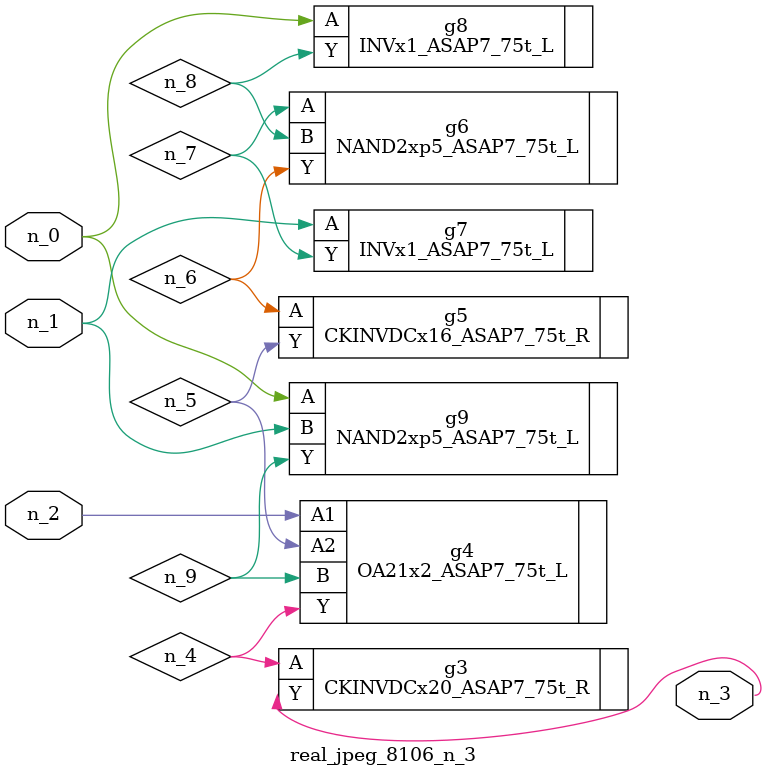
<source format=v>
module real_jpeg_8106_n_3 (n_1, n_0, n_2, n_3);

input n_1;
input n_0;
input n_2;

output n_3;

wire n_5;
wire n_4;
wire n_8;
wire n_6;
wire n_7;
wire n_9;

INVx1_ASAP7_75t_L g8 ( 
.A(n_0),
.Y(n_8)
);

NAND2xp5_ASAP7_75t_L g9 ( 
.A(n_0),
.B(n_1),
.Y(n_9)
);

INVx1_ASAP7_75t_L g7 ( 
.A(n_1),
.Y(n_7)
);

OA21x2_ASAP7_75t_L g4 ( 
.A1(n_2),
.A2(n_5),
.B(n_9),
.Y(n_4)
);

CKINVDCx20_ASAP7_75t_R g3 ( 
.A(n_4),
.Y(n_3)
);

CKINVDCx16_ASAP7_75t_R g5 ( 
.A(n_6),
.Y(n_5)
);

NAND2xp5_ASAP7_75t_L g6 ( 
.A(n_7),
.B(n_8),
.Y(n_6)
);


endmodule
</source>
